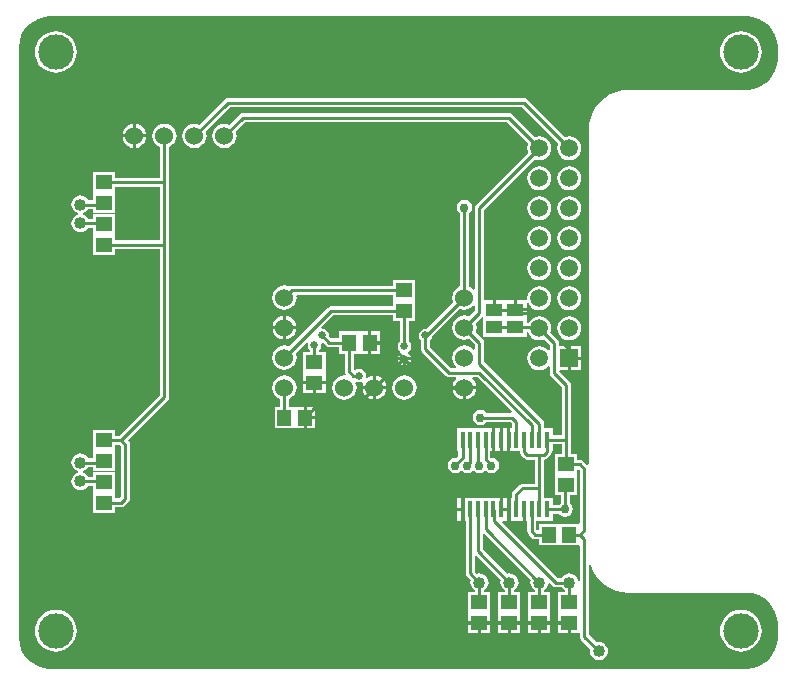
<source format=gbl>
G04 Layer_Physical_Order=2*
G04 Layer_Color=16711680*
%FSLAX25Y25*%
%MOIN*%
G70*
G01*
G75*
%ADD16C,0.01000*%
%ADD17C,0.06000*%
%ADD18C,0.11811*%
%ADD19C,0.05906*%
%ADD20R,0.05906X0.05906*%
%ADD21C,0.03000*%
%ADD22C,0.02500*%
%ADD23C,0.04000*%
%ADD24R,0.05315X0.04528*%
%ADD25R,0.01575X0.05512*%
%ADD26R,0.04528X0.05315*%
%ADD27R,0.05512X0.04331*%
%ADD28R,0.04528X0.05512*%
%ADD29R,0.05512X0.04528*%
G36*
X71244Y8374D02*
Y1882D01*
X85756D01*
Y3518D01*
X86238D01*
X86547Y2770D01*
X87181Y1945D01*
X88007Y1311D01*
X88968Y913D01*
X90000Y777D01*
X91032Y913D01*
X91496Y1105D01*
X93471Y-870D01*
Y-2445D01*
X92971Y-2615D01*
X92819Y-2417D01*
X91993Y-1784D01*
X91032Y-1385D01*
X90000Y-1249D01*
X88968Y-1385D01*
X88007Y-1784D01*
X87181Y-2417D01*
X86547Y-3243D01*
X86149Y-4204D01*
X86013Y-5236D01*
X86149Y-6268D01*
X86547Y-7230D01*
X87181Y-8055D01*
X88007Y-8689D01*
X88968Y-9087D01*
X90000Y-9223D01*
X91032Y-9087D01*
X91993Y-8689D01*
X92819Y-8055D01*
X92971Y-7858D01*
X93471Y-8028D01*
Y-10236D01*
X93587Y-10821D01*
X93919Y-11318D01*
X97471Y-14870D01*
Y-30856D01*
X94362D01*
Y-28630D01*
X91545D01*
Y-27016D01*
X91429Y-26430D01*
X91097Y-25934D01*
X71529Y-6367D01*
Y0D01*
X71413Y585D01*
X71081Y1081D01*
X68695Y3468D01*
X68897Y3956D01*
X69034Y5000D01*
X68897Y6044D01*
X68695Y6532D01*
X70744Y8581D01*
X71244Y8374D01*
D02*
G37*
G36*
X97471Y-37291D02*
X95342D01*
Y-43819D01*
X95342D01*
Y-44181D01*
X95342D01*
Y-50709D01*
X97085D01*
Y-53629D01*
X96812Y-53812D01*
X96629Y-54085D01*
X94362D01*
Y-51858D01*
X91545D01*
Y-48555D01*
Y-39020D01*
X92085Y-38913D01*
X92581Y-38581D01*
X93656Y-37507D01*
X93988Y-37010D01*
X94104Y-36425D01*
Y-36142D01*
X94362D01*
Y-33915D01*
X97471D01*
Y-37291D01*
D02*
G37*
G36*
X103471Y-42660D02*
Y-59951D01*
X103209Y-60343D01*
X96681D01*
Y-60343D01*
X96319D01*
Y-60343D01*
X89791D01*
Y-62471D01*
X89134D01*
X88986Y-62323D01*
Y-59370D01*
X94362D01*
Y-57144D01*
X96629D01*
X96812Y-57417D01*
X97639Y-57969D01*
X98614Y-58163D01*
X99590Y-57969D01*
X100417Y-57417D01*
X100969Y-56590D01*
X101163Y-55614D01*
X100969Y-54639D01*
X100417Y-53812D01*
X100144Y-53629D01*
Y-50709D01*
X102657D01*
Y-44181D01*
X102657D01*
Y-43819D01*
X102657D01*
Y-42527D01*
X103088Y-42349D01*
X103471Y-42660D01*
D02*
G37*
G36*
X161111Y108538D02*
X163046Y107951D01*
X164828Y106998D01*
X166391Y105716D01*
X167673Y104154D01*
X168626Y102371D01*
X169213Y100437D01*
X169399Y98541D01*
X169376Y98425D01*
Y94575D01*
X169396Y94477D01*
X169207Y92563D01*
X168620Y90629D01*
X167667Y88846D01*
X166385Y87284D01*
X164823Y86002D01*
X163040Y85049D01*
X161106Y84462D01*
X159587Y84313D01*
X159095Y84293D01*
X159094Y84293D01*
X158684Y84218D01*
X158239Y84207D01*
X158118D01*
X119724Y84207D01*
Y84218D01*
X117636Y84054D01*
X115598Y83565D01*
X113663Y82763D01*
X111876Y81668D01*
X110283Y80308D01*
X108922Y78714D01*
X107827Y76928D01*
X107026Y74992D01*
X106537Y72955D01*
X106372Y70866D01*
X106384D01*
Y-40514D01*
X105884Y-40721D01*
X104637Y-39474D01*
X104140Y-39142D01*
X103555Y-39026D01*
X102657D01*
Y-37291D01*
X100529D01*
Y-32386D01*
Y-14236D01*
X100413Y-13651D01*
X100081Y-13155D01*
X96616Y-9689D01*
X96738Y-9189D01*
X99500D01*
Y-5236D01*
Y-1283D01*
X96529D01*
Y-236D01*
X96413Y349D01*
X96081Y845D01*
X93659Y3268D01*
X93851Y3732D01*
X93987Y4764D01*
X93851Y5796D01*
X93453Y6757D01*
X92819Y7583D01*
X91993Y8217D01*
X91032Y8615D01*
X90000Y8751D01*
X88968Y8615D01*
X88007Y8217D01*
X87181Y7583D01*
X86547Y6757D01*
X86472Y6577D01*
X85756D01*
Y7787D01*
Y10453D01*
X82000D01*
Y10953D01*
X81500D01*
Y14118D01*
X75500D01*
Y10953D01*
X74500D01*
Y14118D01*
X71529D01*
Y44130D01*
X88504Y61105D01*
X88968Y60913D01*
X90000Y60777D01*
X91032Y60913D01*
X91993Y61311D01*
X92819Y61945D01*
X93453Y62770D01*
X93851Y63732D01*
X93987Y64764D01*
X93851Y65796D01*
X93453Y66757D01*
X92819Y67583D01*
X91993Y68217D01*
X91032Y68615D01*
X90000Y68751D01*
X88968Y68615D01*
X88504Y68423D01*
X80845Y76081D01*
X80349Y76413D01*
X79764Y76529D01*
X-8898D01*
X-9483Y76413D01*
X-9979Y76081D01*
X-13468Y72593D01*
X-13956Y72795D01*
X-15000Y72932D01*
X-16044Y72795D01*
X-17017Y72392D01*
X-17853Y71750D01*
X-18494Y70915D01*
X-18897Y69942D01*
X-19035Y68898D01*
X-18897Y67853D01*
X-18494Y66880D01*
X-17853Y66045D01*
X-17017Y65404D01*
X-16044Y65001D01*
X-15000Y64863D01*
X-13956Y65001D01*
X-12983Y65404D01*
X-12147Y66045D01*
X-11506Y66880D01*
X-11103Y67853D01*
X-10966Y68898D01*
X-11103Y69942D01*
X-11305Y70430D01*
X-8264Y73471D01*
X79130D01*
X86341Y66260D01*
X86149Y65796D01*
X86013Y64764D01*
X86149Y63732D01*
X86341Y63268D01*
X68919Y45845D01*
X68587Y45349D01*
X68471Y44764D01*
Y17826D01*
X67997Y17665D01*
X67853Y17853D01*
X67017Y18494D01*
X66529Y18696D01*
Y43015D01*
X66802Y43198D01*
X67355Y44025D01*
X67549Y45000D01*
X67355Y45976D01*
X66802Y46802D01*
X65975Y47355D01*
X65000Y47549D01*
X64025Y47355D01*
X63198Y46802D01*
X62645Y45976D01*
X62451Y45000D01*
X62645Y44025D01*
X63198Y43198D01*
X63471Y43015D01*
Y18696D01*
X62983Y18494D01*
X62147Y17853D01*
X61506Y17017D01*
X61103Y16044D01*
X60966Y15000D01*
X61103Y13956D01*
X61305Y13468D01*
X52412Y4574D01*
X52000Y4656D01*
X51122Y4482D01*
X50378Y3984D01*
X49880Y3240D01*
X49706Y2362D01*
X49880Y1484D01*
X50378Y740D01*
X50471Y678D01*
Y-2000D01*
X50587Y-2585D01*
X50919Y-3081D01*
X58919Y-11081D01*
X59415Y-11413D01*
X60000Y-11529D01*
X62174D01*
X62335Y-12003D01*
X62147Y-12147D01*
X61506Y-12983D01*
X61103Y-13956D01*
X61031Y-14500D01*
X65000D01*
X68969D01*
X68897Y-13956D01*
X68494Y-12983D01*
X67853Y-12147D01*
X67665Y-12003D01*
X67826Y-11529D01*
X69367D01*
X80808Y-22971D01*
X80601Y-23471D01*
X72323D01*
X72141Y-23198D01*
X71314Y-22645D01*
X70339Y-22451D01*
X69363Y-22645D01*
X68536Y-23198D01*
X67984Y-24024D01*
X67790Y-25000D01*
X67984Y-25975D01*
X68536Y-26802D01*
X69363Y-27355D01*
X70339Y-27549D01*
X71314Y-27355D01*
X72141Y-26802D01*
X72323Y-26529D01*
X80366D01*
X80809Y-26972D01*
Y-28630D01*
X80279D01*
Y-32386D01*
Y-36142D01*
X83368D01*
Y-36398D01*
X83485Y-36983D01*
X83816Y-37479D01*
X84919Y-38581D01*
X85415Y-38913D01*
X86000Y-39029D01*
X88486D01*
Y-47026D01*
X84445D01*
X83860Y-47142D01*
X83363Y-47474D01*
X81257Y-49580D01*
X80926Y-50076D01*
X80809Y-50661D01*
Y-51858D01*
X80279D01*
Y-55614D01*
Y-59370D01*
X84398D01*
Y-55614D01*
X85398D01*
Y-59370D01*
X85927D01*
Y-62957D01*
X86044Y-63542D01*
X86375Y-64038D01*
X87419Y-65081D01*
X87915Y-65413D01*
X88500Y-65529D01*
X89791D01*
Y-67658D01*
X96319D01*
Y-67658D01*
X96681D01*
Y-67658D01*
X103209D01*
X103471Y-68049D01*
Y-79547D01*
X102971Y-79580D01*
X102923Y-79217D01*
X102620Y-78487D01*
X102140Y-77860D01*
X101513Y-77380D01*
X100783Y-77077D01*
X100000Y-76974D01*
X99217Y-77077D01*
X98487Y-77380D01*
X97860Y-77860D01*
X97392Y-78471D01*
X96134D01*
X77495Y-59832D01*
X77686Y-59370D01*
X79280D01*
Y-55614D01*
Y-51858D01*
X77720D01*
Y-55614D01*
X76720D01*
Y-51858D01*
X64925D01*
Y-55614D01*
Y-59370D01*
X65455D01*
Y-76984D01*
X65571Y-77570D01*
X65903Y-78066D01*
X67075Y-79237D01*
X66974Y-80000D01*
X67077Y-80783D01*
X67379Y-81513D01*
X67860Y-82140D01*
X68471Y-82608D01*
Y-83291D01*
X66343D01*
Y-89681D01*
X66343Y-89819D01*
Y-90181D01*
X66343Y-90319D01*
Y-92945D01*
X73658D01*
Y-90319D01*
X73658Y-90181D01*
Y-89819D01*
X73658Y-89681D01*
Y-83291D01*
X71529D01*
Y-82608D01*
X72140Y-82140D01*
X72620Y-81513D01*
X72923Y-80783D01*
X73026Y-80000D01*
X72923Y-79217D01*
X72620Y-78487D01*
X72140Y-77860D01*
X71513Y-77380D01*
X70783Y-77077D01*
X70000Y-76974D01*
X69237Y-77074D01*
X68514Y-76351D01*
Y-71330D01*
X68976Y-71139D01*
X77074Y-79237D01*
X76974Y-80000D01*
X77077Y-80783D01*
X77380Y-81513D01*
X77860Y-82140D01*
X78471Y-82608D01*
Y-83291D01*
X76342D01*
Y-89681D01*
X76342Y-89819D01*
Y-90181D01*
X76342Y-90319D01*
Y-92945D01*
X83657D01*
Y-90319D01*
X83657Y-90181D01*
Y-89819D01*
X83657Y-89681D01*
Y-83291D01*
X81529D01*
Y-82608D01*
X82140Y-82140D01*
X82621Y-81513D01*
X82923Y-80783D01*
X83026Y-80000D01*
X82923Y-79217D01*
X82621Y-78487D01*
X82140Y-77860D01*
X81513Y-77380D01*
X80783Y-77077D01*
X80000Y-76974D01*
X79237Y-77074D01*
X71073Y-68910D01*
Y-63889D01*
X71535Y-63697D01*
X87075Y-79237D01*
X86974Y-80000D01*
X87077Y-80783D01*
X87379Y-81513D01*
X87860Y-82140D01*
X88471Y-82608D01*
Y-83291D01*
X86343D01*
Y-89681D01*
X86343Y-89819D01*
Y-90181D01*
X86343Y-90319D01*
Y-92945D01*
X93657D01*
Y-90319D01*
X93657Y-90181D01*
Y-89819D01*
X93657Y-89681D01*
Y-83291D01*
X91529D01*
Y-82608D01*
X92140Y-82140D01*
X92620Y-81513D01*
X92923Y-80783D01*
X92980Y-80350D01*
X93508Y-80171D01*
X94419Y-81081D01*
X94915Y-81413D01*
X95500Y-81529D01*
X97392D01*
X97860Y-82140D01*
X98471Y-82608D01*
Y-83291D01*
X96342D01*
Y-89819D01*
X96342D01*
Y-90181D01*
X96342D01*
Y-92945D01*
X100000D01*
Y-93445D01*
X100500D01*
Y-96709D01*
X103471D01*
Y-98000D01*
X103587Y-98585D01*
X103919Y-99081D01*
X106933Y-102096D01*
X106832Y-102858D01*
X106936Y-103641D01*
X107238Y-104371D01*
X107719Y-104998D01*
X108345Y-105479D01*
X109075Y-105781D01*
X109858Y-105884D01*
X110641Y-105781D01*
X111371Y-105479D01*
X111998Y-104998D01*
X112479Y-104371D01*
X112781Y-103641D01*
X112884Y-102858D01*
X112781Y-102075D01*
X112479Y-101345D01*
X111998Y-100719D01*
X111371Y-100238D01*
X110641Y-99936D01*
X109858Y-99832D01*
X109096Y-99933D01*
X106529Y-97366D01*
Y-74279D01*
X107026Y-74205D01*
X107827Y-76140D01*
X108922Y-77927D01*
X110283Y-79520D01*
X111876Y-80881D01*
X113663Y-81976D01*
X115598Y-82777D01*
X117636Y-83267D01*
X119724Y-83431D01*
Y-83419D01*
X158916D01*
X159095Y-83455D01*
Y-83455D01*
X159123Y-83428D01*
X161106Y-83624D01*
X163040Y-84210D01*
X164823Y-85163D01*
X166385Y-86445D01*
X167667Y-88008D01*
X168620Y-89790D01*
X169207Y-91725D01*
X169396Y-93639D01*
X169376Y-93736D01*
Y-98425D01*
X169396Y-98523D01*
X169207Y-100437D01*
X168620Y-102371D01*
X167667Y-104154D01*
X166385Y-105716D01*
X164823Y-106998D01*
X163040Y-107951D01*
X161106Y-108538D01*
X159192Y-108726D01*
X159095Y-108707D01*
X-73189D01*
X-73189Y-108707D01*
Y-108707D01*
X-73681Y-108687D01*
X-75200Y-108538D01*
X-77135Y-107951D01*
X-78917Y-106998D01*
X-80480Y-105716D01*
X-81762Y-104154D01*
X-82715Y-102371D01*
X-83302Y-100437D01*
X-83490Y-98523D01*
X-83471Y-98425D01*
Y-92264D01*
Y92264D01*
Y98425D01*
X-83490Y98523D01*
X-83302Y100437D01*
X-82715Y102371D01*
X-81762Y104154D01*
X-80480Y105716D01*
X-78917Y106998D01*
X-77135Y107951D01*
X-75200Y108538D01*
X-73287Y108726D01*
X-73189Y108707D01*
X159100D01*
X159198Y108726D01*
X161111Y108538D01*
D02*
G37*
G36*
X68471Y12174D02*
Y10633D01*
X66532Y8695D01*
X66044Y8897D01*
X65000Y9035D01*
X63956Y8897D01*
X62983Y8494D01*
X62147Y7853D01*
X61506Y7017D01*
X61103Y6044D01*
X60966Y5000D01*
X61103Y3956D01*
X61506Y2983D01*
X62147Y2147D01*
X62983Y1506D01*
X63956Y1103D01*
X65000Y965D01*
X66044Y1103D01*
X66532Y1305D01*
X68471Y-634D01*
Y-2175D01*
X67997Y-2335D01*
X67853Y-2147D01*
X67017Y-1506D01*
X66044Y-1103D01*
X65000Y-965D01*
X63956Y-1103D01*
X62983Y-1506D01*
X62147Y-2147D01*
X61506Y-2983D01*
X61103Y-3956D01*
X60966Y-5000D01*
X61103Y-6044D01*
X61506Y-7017D01*
X62147Y-7853D01*
X62335Y-7997D01*
X62174Y-8471D01*
X60633D01*
X53529Y-1366D01*
Y678D01*
X53622Y740D01*
X54119Y1484D01*
X54237Y2074D01*
X63468Y11305D01*
X63956Y11103D01*
X65000Y10966D01*
X66044Y11103D01*
X67017Y11506D01*
X67853Y12147D01*
X67997Y12335D01*
X68471Y12174D01*
D02*
G37*
%LPC*%
G36*
X34500Y-15500D02*
X31031D01*
X31103Y-16044D01*
X31506Y-17017D01*
X32147Y-17853D01*
X32983Y-18494D01*
X33956Y-18897D01*
X34500Y-18969D01*
Y-15500D01*
D02*
G37*
G36*
X45000Y-10966D02*
X43956Y-11103D01*
X42983Y-11506D01*
X42147Y-12147D01*
X41506Y-12983D01*
X41103Y-13956D01*
X40966Y-15000D01*
X41103Y-16044D01*
X41506Y-17017D01*
X42147Y-17853D01*
X42983Y-18494D01*
X43956Y-18897D01*
X45000Y-19035D01*
X46044Y-18897D01*
X47017Y-18494D01*
X47853Y-17853D01*
X48494Y-17017D01*
X48897Y-16044D01*
X49035Y-15000D01*
X48897Y-13956D01*
X48494Y-12983D01*
X47853Y-12147D01*
X47017Y-11506D01*
X46044Y-11103D01*
X45000Y-10966D01*
D02*
G37*
G36*
X12390Y-21342D02*
Y-24500D01*
X15154D01*
Y-21342D01*
X12390D01*
D02*
G37*
G36*
X15154Y-25500D02*
X12390D01*
Y-28657D01*
X15154D01*
Y-25500D01*
D02*
G37*
G36*
X64500Y-15500D02*
X61031D01*
X61103Y-16044D01*
X61506Y-17017D01*
X62147Y-17853D01*
X62983Y-18494D01*
X63956Y-18897D01*
X64500Y-18969D01*
Y-15500D01*
D02*
G37*
G36*
X35500Y-11031D02*
Y-14500D01*
X38969D01*
X38897Y-13956D01*
X38494Y-12983D01*
X37853Y-12147D01*
X37017Y-11506D01*
X36044Y-11103D01*
X35500Y-11031D01*
D02*
G37*
G36*
X103953Y-5736D02*
X100500D01*
Y-9189D01*
X103953D01*
Y-5736D01*
D02*
G37*
G36*
X44500Y-5862D02*
X42805D01*
X42880Y-6240D01*
X43378Y-6984D01*
X44122Y-7482D01*
X44500Y-7557D01*
Y-5862D01*
D02*
G37*
G36*
X18756Y-13945D02*
X15500D01*
Y-16709D01*
X18756D01*
Y-13945D01*
D02*
G37*
G36*
X38969Y-15500D02*
X35500D01*
Y-18969D01*
X36044Y-18897D01*
X37017Y-18494D01*
X37853Y-17853D01*
X38494Y-17017D01*
X38897Y-16044D01*
X38969Y-15500D01*
D02*
G37*
G36*
X68969D02*
X65500D01*
Y-18969D01*
X66044Y-18897D01*
X67017Y-18494D01*
X67853Y-17853D01*
X68494Y-17017D01*
X68897Y-16044D01*
X68969Y-15500D01*
D02*
G37*
G36*
X14500Y-13945D02*
X11244D01*
Y-16709D01*
X14500D01*
Y-13945D01*
D02*
G37*
G36*
X5000Y-10966D02*
X3956Y-11103D01*
X2983Y-11506D01*
X2147Y-12147D01*
X1506Y-12983D01*
X1103Y-13956D01*
X965Y-15000D01*
X1103Y-16044D01*
X1506Y-17017D01*
X2147Y-17853D01*
X2983Y-18494D01*
X3471Y-18696D01*
Y-21342D01*
X1736D01*
Y-28657D01*
X8126D01*
X8264Y-28657D01*
X8626D01*
X8764Y-28657D01*
X11390D01*
Y-25000D01*
Y-21342D01*
X8764D01*
X8626Y-21342D01*
X8264D01*
X8126Y-21342D01*
X6529D01*
Y-18696D01*
X7017Y-18494D01*
X7853Y-17853D01*
X8494Y-17017D01*
X8897Y-16044D01*
X9035Y-15000D01*
X8897Y-13956D01*
X8494Y-12983D01*
X7853Y-12147D01*
X7017Y-11506D01*
X6044Y-11103D01*
X5000Y-10966D01*
D02*
G37*
G36*
X79500Y-93945D02*
X76342D01*
Y-96709D01*
X79500D01*
Y-93945D01*
D02*
G37*
G36*
X83657D02*
X80500D01*
Y-96709D01*
X83657D01*
Y-93945D01*
D02*
G37*
G36*
X89500D02*
X86343D01*
Y-96709D01*
X89500D01*
Y-93945D01*
D02*
G37*
G36*
X73658D02*
X70500D01*
Y-96709D01*
X73658D01*
Y-93945D01*
D02*
G37*
G36*
X-71220Y-89124D02*
X-72574Y-89257D01*
X-73876Y-89652D01*
X-75076Y-90294D01*
X-76127Y-91156D01*
X-76990Y-92208D01*
X-77631Y-93408D01*
X-78026Y-94709D01*
X-78159Y-96063D01*
X-78026Y-97417D01*
X-77631Y-98718D01*
X-76990Y-99918D01*
X-76127Y-100970D01*
X-75076Y-101832D01*
X-73876Y-102474D01*
X-72574Y-102869D01*
X-71220Y-103002D01*
X-69867Y-102869D01*
X-68565Y-102474D01*
X-67365Y-101832D01*
X-66314Y-100970D01*
X-65451Y-99918D01*
X-64810Y-98718D01*
X-64415Y-97417D01*
X-64282Y-96063D01*
X-64415Y-94709D01*
X-64810Y-93408D01*
X-65451Y-92208D01*
X-66314Y-91156D01*
X-67365Y-90294D01*
X-68565Y-89652D01*
X-69867Y-89257D01*
X-71220Y-89124D01*
D02*
G37*
G36*
X157126D02*
X155772Y-89257D01*
X154471Y-89652D01*
X153271Y-90294D01*
X152219Y-91156D01*
X151356Y-92208D01*
X150715Y-93408D01*
X150320Y-94709D01*
X150187Y-96063D01*
X150320Y-97417D01*
X150715Y-98718D01*
X151356Y-99918D01*
X152219Y-100970D01*
X153271Y-101832D01*
X154471Y-102474D01*
X155772Y-102869D01*
X157126Y-103002D01*
X158480Y-102869D01*
X159781Y-102474D01*
X160981Y-101832D01*
X162032Y-100970D01*
X162896Y-99918D01*
X163537Y-98718D01*
X163932Y-97417D01*
X164065Y-96063D01*
X163932Y-94709D01*
X163537Y-93408D01*
X162896Y-92208D01*
X162032Y-91156D01*
X160981Y-90294D01*
X159781Y-89652D01*
X158480Y-89257D01*
X157126Y-89124D01*
D02*
G37*
G36*
X69500Y-93945D02*
X66343D01*
Y-96709D01*
X69500D01*
Y-93945D01*
D02*
G37*
G36*
X74161Y-28630D02*
X62638D01*
Y-36142D01*
X62896D01*
Y-37699D01*
X62120Y-38475D01*
X62000Y-38451D01*
X61024Y-38645D01*
X60198Y-39198D01*
X59645Y-40025D01*
X59451Y-41000D01*
X59645Y-41976D01*
X60198Y-42802D01*
X61024Y-43355D01*
X62000Y-43549D01*
X62976Y-43355D01*
X63802Y-42802D01*
X64198D01*
X65025Y-43355D01*
X66000Y-43549D01*
X66975Y-43355D01*
X67802Y-42802D01*
X68198D01*
X69024Y-43355D01*
X70000Y-43549D01*
X70976Y-43355D01*
X71802Y-42802D01*
X72198D01*
X73024Y-43355D01*
X74000Y-43549D01*
X74976Y-43355D01*
X75802Y-42802D01*
X76355Y-41976D01*
X76549Y-41000D01*
X76355Y-40025D01*
X75802Y-39198D01*
X74976Y-38645D01*
X74000Y-38451D01*
X73632Y-38085D01*
Y-36142D01*
X74161D01*
Y-32386D01*
Y-28630D01*
D02*
G37*
G36*
X76720D02*
X75161D01*
Y-32386D01*
Y-36142D01*
X76720D01*
Y-32386D01*
Y-28630D01*
D02*
G37*
G36*
X79280D02*
X77720D01*
Y-32386D01*
Y-36142D01*
X79280D01*
Y-32386D01*
Y-28630D01*
D02*
G37*
G36*
X63925Y-51858D02*
X62638D01*
Y-55114D01*
X63925D01*
Y-51858D01*
D02*
G37*
G36*
X93657Y-93945D02*
X90500D01*
Y-96709D01*
X93657D01*
Y-93945D01*
D02*
G37*
G36*
X99500D02*
X96342D01*
Y-96709D01*
X99500D01*
Y-93945D01*
D02*
G37*
G36*
X63925Y-56114D02*
X62638D01*
Y-59370D01*
X63925D01*
Y-56114D01*
D02*
G37*
G36*
X90000Y58751D02*
X88968Y58615D01*
X88007Y58217D01*
X87181Y57583D01*
X86547Y56757D01*
X86149Y55796D01*
X86013Y54764D01*
X86149Y53732D01*
X86547Y52770D01*
X87181Y51945D01*
X88007Y51311D01*
X88968Y50913D01*
X90000Y50777D01*
X91032Y50913D01*
X91993Y51311D01*
X92819Y51945D01*
X93453Y52770D01*
X93851Y53732D01*
X93987Y54764D01*
X93851Y55796D01*
X93453Y56757D01*
X92819Y57583D01*
X91993Y58217D01*
X91032Y58615D01*
X90000Y58751D01*
D02*
G37*
G36*
X100000D02*
X98968Y58615D01*
X98007Y58217D01*
X97181Y57583D01*
X96547Y56757D01*
X96149Y55796D01*
X96013Y54764D01*
X96149Y53732D01*
X96547Y52770D01*
X97181Y51945D01*
X98007Y51311D01*
X98968Y50913D01*
X100000Y50777D01*
X101032Y50913D01*
X101993Y51311D01*
X102819Y51945D01*
X103453Y52770D01*
X103851Y53732D01*
X103987Y54764D01*
X103851Y55796D01*
X103453Y56757D01*
X102819Y57583D01*
X101993Y58217D01*
X101032Y58615D01*
X100000Y58751D01*
D02*
G37*
G36*
X-35000Y72932D02*
X-36044Y72795D01*
X-37017Y72392D01*
X-37853Y71750D01*
X-38494Y70915D01*
X-38897Y69942D01*
X-39035Y68898D01*
X-38897Y67853D01*
X-38494Y66880D01*
X-37853Y66045D01*
X-37017Y65404D01*
X-36529Y65202D01*
Y54974D01*
X-51342D01*
Y56709D01*
X-58657D01*
Y50319D01*
X-58657Y50181D01*
Y49819D01*
X-58657Y49681D01*
Y47529D01*
X-60392D01*
X-60860Y48140D01*
X-61487Y48621D01*
X-62217Y48923D01*
X-63000Y49026D01*
X-63783Y48923D01*
X-64513Y48621D01*
X-65140Y48140D01*
X-65620Y47513D01*
X-65923Y46783D01*
X-66026Y46000D01*
X-65923Y45217D01*
X-65620Y44487D01*
X-65140Y43860D01*
X-64513Y43380D01*
X-63955Y43148D01*
Y42615D01*
X-64513Y42384D01*
X-65140Y41903D01*
X-65620Y41277D01*
X-65923Y40547D01*
X-66026Y39764D01*
X-65923Y38981D01*
X-65620Y38251D01*
X-65140Y37624D01*
X-64513Y37143D01*
X-63783Y36841D01*
X-63000Y36738D01*
X-62217Y36841D01*
X-61487Y37143D01*
X-60860Y37624D01*
X-60392Y38234D01*
X-58657D01*
Y36319D01*
X-58657Y36181D01*
Y35819D01*
X-58657Y35681D01*
Y29291D01*
X-51342D01*
Y31026D01*
X-36529D01*
Y-17477D01*
X-50078Y-31026D01*
X-51342D01*
Y-29291D01*
X-58657D01*
Y-35681D01*
X-58657Y-35819D01*
Y-36181D01*
X-58657Y-36319D01*
Y-38471D01*
X-60392D01*
X-60860Y-37860D01*
X-61487Y-37380D01*
X-62217Y-37077D01*
X-63000Y-36974D01*
X-63783Y-37077D01*
X-64513Y-37380D01*
X-65140Y-37860D01*
X-65620Y-38487D01*
X-65923Y-39217D01*
X-66026Y-40000D01*
X-65923Y-40783D01*
X-65620Y-41513D01*
X-65140Y-42140D01*
X-64513Y-42621D01*
X-63887Y-42880D01*
X-63860Y-43003D01*
Y-43273D01*
X-63887Y-43396D01*
X-64513Y-43655D01*
X-65140Y-44136D01*
X-65620Y-44763D01*
X-65923Y-45492D01*
X-66026Y-46276D01*
X-65923Y-47059D01*
X-65620Y-47789D01*
X-65140Y-48415D01*
X-64513Y-48896D01*
X-63783Y-49198D01*
X-63000Y-49301D01*
X-62217Y-49198D01*
X-61487Y-48896D01*
X-60860Y-48415D01*
X-60392Y-47805D01*
X-58657D01*
Y-49681D01*
X-58657Y-49819D01*
Y-50181D01*
X-58657Y-50319D01*
Y-56709D01*
X-51342D01*
Y-54974D01*
X-49445D01*
X-48860Y-54858D01*
X-48363Y-54526D01*
X-46919Y-53081D01*
X-46587Y-52585D01*
X-46471Y-52000D01*
Y-34000D01*
X-46587Y-33415D01*
X-46919Y-32919D01*
X-47282Y-32555D01*
X-33918Y-19192D01*
X-33587Y-18696D01*
X-33471Y-18110D01*
Y32555D01*
Y53445D01*
Y65202D01*
X-32983Y65404D01*
X-32147Y66045D01*
X-31506Y66880D01*
X-31103Y67853D01*
X-30966Y68898D01*
X-31103Y69942D01*
X-31506Y70915D01*
X-32147Y71750D01*
X-32983Y72392D01*
X-33956Y72795D01*
X-35000Y72932D01*
D02*
G37*
G36*
X100000Y48751D02*
X98968Y48615D01*
X98007Y48217D01*
X97181Y47583D01*
X96547Y46757D01*
X96149Y45796D01*
X96013Y44764D01*
X96149Y43732D01*
X96547Y42770D01*
X97181Y41945D01*
X98007Y41311D01*
X98968Y40913D01*
X100000Y40777D01*
X101032Y40913D01*
X101993Y41311D01*
X102819Y41945D01*
X103453Y42770D01*
X103851Y43732D01*
X103987Y44764D01*
X103851Y45796D01*
X103453Y46757D01*
X102819Y47583D01*
X101993Y48217D01*
X101032Y48615D01*
X100000Y48751D01*
D02*
G37*
G36*
X90000Y38751D02*
X88968Y38615D01*
X88007Y38217D01*
X87181Y37583D01*
X86547Y36757D01*
X86149Y35796D01*
X86013Y34764D01*
X86149Y33732D01*
X86547Y32770D01*
X87181Y31945D01*
X88007Y31311D01*
X88968Y30913D01*
X90000Y30777D01*
X91032Y30913D01*
X91993Y31311D01*
X92819Y31945D01*
X93453Y32770D01*
X93851Y33732D01*
X93987Y34764D01*
X93851Y35796D01*
X93453Y36757D01*
X92819Y37583D01*
X91993Y38217D01*
X91032Y38615D01*
X90000Y38751D01*
D02*
G37*
G36*
X100000D02*
X98968Y38615D01*
X98007Y38217D01*
X97181Y37583D01*
X96547Y36757D01*
X96149Y35796D01*
X96013Y34764D01*
X96149Y33732D01*
X96547Y32770D01*
X97181Y31945D01*
X98007Y31311D01*
X98968Y30913D01*
X100000Y30777D01*
X101032Y30913D01*
X101993Y31311D01*
X102819Y31945D01*
X103453Y32770D01*
X103851Y33732D01*
X103987Y34764D01*
X103851Y35796D01*
X103453Y36757D01*
X102819Y37583D01*
X101993Y38217D01*
X101032Y38615D01*
X100000Y38751D01*
D02*
G37*
G36*
X90000Y48751D02*
X88968Y48615D01*
X88007Y48217D01*
X87181Y47583D01*
X86547Y46757D01*
X86149Y45796D01*
X86013Y44764D01*
X86149Y43732D01*
X86547Y42770D01*
X87181Y41945D01*
X88007Y41311D01*
X88968Y40913D01*
X90000Y40777D01*
X91032Y40913D01*
X91993Y41311D01*
X92819Y41945D01*
X93453Y42770D01*
X93851Y43732D01*
X93987Y44764D01*
X93851Y45796D01*
X93453Y46757D01*
X92819Y47583D01*
X91993Y48217D01*
X91032Y48615D01*
X90000Y48751D01*
D02*
G37*
G36*
X-44500Y72866D02*
Y69398D01*
X-41031D01*
X-41103Y69942D01*
X-41506Y70915D01*
X-42147Y71750D01*
X-42983Y72392D01*
X-43956Y72795D01*
X-44500Y72866D01*
D02*
G37*
G36*
X-71220Y103789D02*
X-72574Y103656D01*
X-73876Y103261D01*
X-75076Y102620D01*
X-76127Y101757D01*
X-76990Y100705D01*
X-77631Y99506D01*
X-78026Y98204D01*
X-78159Y96850D01*
X-78026Y95497D01*
X-77631Y94195D01*
X-76990Y92995D01*
X-76127Y91944D01*
X-75076Y91081D01*
X-73876Y90440D01*
X-72574Y90045D01*
X-71220Y89912D01*
X-69867Y90045D01*
X-68565Y90440D01*
X-67365Y91081D01*
X-66314Y91944D01*
X-65451Y92995D01*
X-64810Y94195D01*
X-64415Y95497D01*
X-64282Y96850D01*
X-64415Y98204D01*
X-64810Y99506D01*
X-65451Y100705D01*
X-66314Y101757D01*
X-67365Y102620D01*
X-68565Y103261D01*
X-69867Y103656D01*
X-71220Y103789D01*
D02*
G37*
G36*
X157126D02*
X155772Y103656D01*
X154471Y103261D01*
X153271Y102620D01*
X152219Y101757D01*
X151356Y100705D01*
X150715Y99506D01*
X150320Y98204D01*
X150187Y96850D01*
X150320Y95497D01*
X150715Y94195D01*
X151356Y92995D01*
X152219Y91944D01*
X153271Y91081D01*
X154471Y90440D01*
X155772Y90045D01*
X157126Y89912D01*
X158480Y90045D01*
X159781Y90440D01*
X160981Y91081D01*
X162032Y91944D01*
X162896Y92995D01*
X163537Y94195D01*
X163932Y95497D01*
X164065Y96850D01*
X163932Y98204D01*
X163537Y99506D01*
X162896Y100705D01*
X162032Y101757D01*
X160981Y102620D01*
X159781Y103261D01*
X158480Y103656D01*
X157126Y103789D01*
D02*
G37*
G36*
X-45500Y72866D02*
X-46044Y72795D01*
X-47017Y72392D01*
X-47853Y71750D01*
X-48494Y70915D01*
X-48897Y69942D01*
X-48969Y69398D01*
X-45500D01*
Y72866D01*
D02*
G37*
G36*
X84764Y81529D02*
X-13898D01*
X-14483Y81413D01*
X-14979Y81081D01*
X-23468Y72593D01*
X-23956Y72795D01*
X-25000Y72932D01*
X-26044Y72795D01*
X-27017Y72392D01*
X-27853Y71750D01*
X-28494Y70915D01*
X-28897Y69942D01*
X-29035Y68898D01*
X-28897Y67853D01*
X-28494Y66880D01*
X-27853Y66045D01*
X-27017Y65404D01*
X-26044Y65001D01*
X-25000Y64863D01*
X-23956Y65001D01*
X-22983Y65404D01*
X-22147Y66045D01*
X-21506Y66880D01*
X-21103Y67853D01*
X-20966Y68898D01*
X-21103Y69942D01*
X-21305Y70430D01*
X-13264Y78471D01*
X84130D01*
X96341Y66260D01*
X96149Y65796D01*
X96013Y64764D01*
X96149Y63732D01*
X96547Y62770D01*
X97181Y61945D01*
X98007Y61311D01*
X98968Y60913D01*
X100000Y60777D01*
X101032Y60913D01*
X101993Y61311D01*
X102819Y61945D01*
X103453Y62770D01*
X103851Y63732D01*
X103987Y64764D01*
X103851Y65796D01*
X103453Y66757D01*
X102819Y67583D01*
X101993Y68217D01*
X101032Y68615D01*
X100000Y68751D01*
X98968Y68615D01*
X98504Y68423D01*
X85845Y81081D01*
X85349Y81413D01*
X84764Y81529D01*
D02*
G37*
G36*
X-45500Y68398D02*
X-48969D01*
X-48897Y67853D01*
X-48494Y66880D01*
X-47853Y66045D01*
X-47017Y65404D01*
X-46044Y65001D01*
X-45500Y64929D01*
Y68398D01*
D02*
G37*
G36*
X-41031D02*
X-44500D01*
Y64929D01*
X-43956Y65001D01*
X-42983Y65404D01*
X-42147Y66045D01*
X-41506Y66880D01*
X-41103Y67853D01*
X-41031Y68398D01*
D02*
G37*
G36*
X4500Y4500D02*
X1031D01*
X1103Y3956D01*
X1506Y2983D01*
X2147Y2147D01*
X2983Y1506D01*
X3956Y1103D01*
X4500Y1031D01*
Y4500D01*
D02*
G37*
G36*
X100000Y8751D02*
X98968Y8615D01*
X98007Y8217D01*
X97181Y7583D01*
X96547Y6757D01*
X96149Y5796D01*
X96013Y4764D01*
X96149Y3732D01*
X96547Y2770D01*
X97181Y1945D01*
X98007Y1311D01*
X98968Y913D01*
X100000Y777D01*
X101032Y913D01*
X101993Y1311D01*
X102819Y1945D01*
X103453Y2770D01*
X103851Y3732D01*
X103987Y4764D01*
X103851Y5796D01*
X103453Y6757D01*
X102819Y7583D01*
X101993Y8217D01*
X101032Y8615D01*
X100000Y8751D01*
D02*
G37*
G36*
X4500Y8969D02*
X3956Y8897D01*
X2983Y8494D01*
X2147Y7853D01*
X1506Y7017D01*
X1103Y6044D01*
X1031Y5500D01*
X4500D01*
Y8969D01*
D02*
G37*
G36*
X8969Y4500D02*
X5500D01*
Y1031D01*
X6044Y1103D01*
X7017Y1506D01*
X7853Y2147D01*
X8494Y2983D01*
X8897Y3956D01*
X8969Y4500D01*
D02*
G37*
G36*
X103953Y-1283D02*
X100500D01*
Y-4736D01*
X103953D01*
Y-1283D01*
D02*
G37*
G36*
X47195Y-5862D02*
X45500D01*
Y-7557D01*
X45878Y-7482D01*
X46622Y-6984D01*
X47120Y-6240D01*
X47195Y-5862D01*
D02*
G37*
G36*
X33945Y3756D02*
Y500D01*
X36709D01*
Y3756D01*
X33945D01*
D02*
G37*
G36*
X36709Y-500D02*
X33945D01*
Y-3756D01*
X36709D01*
Y-500D01*
D02*
G37*
G36*
X48658Y20709D02*
X41342D01*
Y18974D01*
X7445D01*
X6860Y18858D01*
X6584Y18674D01*
X6044Y18897D01*
X5000Y19035D01*
X3956Y18897D01*
X2983Y18494D01*
X2147Y17853D01*
X1506Y17017D01*
X1103Y16044D01*
X965Y15000D01*
X1103Y13956D01*
X1506Y12983D01*
X2147Y12147D01*
X2983Y11506D01*
X3956Y11103D01*
X5000Y10966D01*
X6044Y11103D01*
X7017Y11506D01*
X7853Y12147D01*
X8494Y12983D01*
X8897Y13956D01*
X9035Y15000D01*
X8963Y15540D01*
X9293Y15915D01*
X41342D01*
Y14319D01*
X41342Y14181D01*
Y13819D01*
X41342Y13681D01*
Y12084D01*
X20555D01*
X19970Y11968D01*
X19474Y11637D01*
X6532Y-1305D01*
X6044Y-1103D01*
X5000Y-965D01*
X3956Y-1103D01*
X2983Y-1506D01*
X2147Y-2147D01*
X1506Y-2983D01*
X1103Y-3956D01*
X965Y-5000D01*
X1103Y-6044D01*
X1506Y-7017D01*
X2147Y-7853D01*
X2983Y-8494D01*
X3956Y-8897D01*
X5000Y-9035D01*
X6044Y-8897D01*
X7017Y-8494D01*
X7853Y-7853D01*
X8494Y-7017D01*
X8897Y-6044D01*
X9035Y-5000D01*
X8897Y-3956D01*
X8695Y-3468D01*
X12448Y285D01*
X12554Y238D01*
X12861Y-9D01*
X12706Y-787D01*
X12880Y-1665D01*
X13378Y-2410D01*
X13471Y-2472D01*
Y-3291D01*
X11244D01*
Y-9681D01*
X11244Y-9819D01*
Y-10181D01*
X11244Y-10319D01*
Y-12945D01*
X18756D01*
Y-10319D01*
X18756Y-10181D01*
Y-9819D01*
X18756Y-9681D01*
Y-3291D01*
X16529D01*
Y-2472D01*
X16622Y-2410D01*
X17120Y-1665D01*
X17294Y-787D01*
X17268Y-656D01*
X17656Y-194D01*
X18026Y-189D01*
X18919Y-1082D01*
X19415Y-1413D01*
X20000Y-1529D01*
X23291D01*
Y-3756D01*
X25026D01*
Y-9555D01*
X25142Y-10140D01*
X25391Y-10513D01*
X25168Y-10988D01*
X25000Y-10966D01*
X23956Y-11103D01*
X22983Y-11506D01*
X22147Y-12147D01*
X21506Y-12983D01*
X21103Y-13956D01*
X20966Y-15000D01*
X21103Y-16044D01*
X21506Y-17017D01*
X22147Y-17853D01*
X22983Y-18494D01*
X23956Y-18897D01*
X25000Y-19035D01*
X26044Y-18897D01*
X27017Y-18494D01*
X27853Y-17853D01*
X28494Y-17017D01*
X28897Y-16044D01*
X29035Y-15000D01*
X28897Y-13956D01*
X28676Y-13423D01*
X29080Y-13092D01*
X29122Y-13119D01*
X30000Y-13294D01*
X30878Y-13119D01*
X30920Y-13092D01*
X31324Y-13423D01*
X31103Y-13956D01*
X31031Y-14500D01*
X34500D01*
Y-11031D01*
X33956Y-11103D01*
X32983Y-11506D01*
X32653Y-11759D01*
X32199Y-11477D01*
X32294Y-11000D01*
X32120Y-10122D01*
X31622Y-9378D01*
X30878Y-8880D01*
X30000Y-8706D01*
X29122Y-8880D01*
X28475Y-9313D01*
X28084Y-8922D01*
Y-3756D01*
X29681D01*
X29819Y-3756D01*
X30181D01*
X30319Y-3756D01*
X32945D01*
Y0D01*
Y3756D01*
X30319D01*
X30181Y3756D01*
X29819D01*
X29681Y3756D01*
X23291D01*
Y1529D01*
X20633D01*
X19910Y2253D01*
X19932Y2362D01*
X19757Y3240D01*
X19260Y3984D01*
X18516Y4482D01*
X17638Y4656D01*
X17499Y4629D01*
X17252Y5089D01*
X21189Y9026D01*
X41342D01*
Y7291D01*
X43471D01*
Y471D01*
X43378Y410D01*
X42880Y-335D01*
X42706Y-1213D01*
X42880Y-2090D01*
X43378Y-2835D01*
X43681Y-3037D01*
Y-3537D01*
X43378Y-3740D01*
X42880Y-4484D01*
X42805Y-4862D01*
X47195D01*
X47120Y-4484D01*
X46622Y-3740D01*
X46319Y-3537D01*
Y-3037D01*
X46622Y-2835D01*
X47120Y-2090D01*
X47294Y-1213D01*
X47120Y-335D01*
X46622Y410D01*
X46529Y471D01*
Y7291D01*
X48658D01*
Y13681D01*
X48658Y13819D01*
Y14181D01*
X48658Y14319D01*
Y20709D01*
D02*
G37*
G36*
X90000Y28751D02*
X88968Y28615D01*
X88007Y28216D01*
X87181Y27583D01*
X86547Y26757D01*
X86149Y25796D01*
X86013Y24764D01*
X86149Y23732D01*
X86547Y22770D01*
X87181Y21945D01*
X88007Y21311D01*
X88968Y20913D01*
X90000Y20777D01*
X91032Y20913D01*
X91993Y21311D01*
X92819Y21945D01*
X93453Y22770D01*
X93851Y23732D01*
X93987Y24764D01*
X93851Y25796D01*
X93453Y26757D01*
X92819Y27583D01*
X91993Y28216D01*
X91032Y28615D01*
X90000Y28751D01*
D02*
G37*
G36*
X100000D02*
X98968Y28615D01*
X98007Y28216D01*
X97181Y27583D01*
X96547Y26757D01*
X96149Y25796D01*
X96013Y24764D01*
X96149Y23732D01*
X96547Y22770D01*
X97181Y21945D01*
X98007Y21311D01*
X98968Y20913D01*
X100000Y20777D01*
X101032Y20913D01*
X101993Y21311D01*
X102819Y21945D01*
X103453Y22770D01*
X103851Y23732D01*
X103987Y24764D01*
X103851Y25796D01*
X103453Y26757D01*
X102819Y27583D01*
X101993Y28216D01*
X101032Y28615D01*
X100000Y28751D01*
D02*
G37*
G36*
Y18751D02*
X98968Y18615D01*
X98007Y18216D01*
X97181Y17583D01*
X96547Y16757D01*
X96149Y15796D01*
X96013Y14764D01*
X96149Y13732D01*
X96547Y12770D01*
X97181Y11945D01*
X98007Y11311D01*
X98968Y10913D01*
X100000Y10777D01*
X101032Y10913D01*
X101993Y11311D01*
X102819Y11945D01*
X103453Y12770D01*
X103851Y13732D01*
X103987Y14764D01*
X103851Y15796D01*
X103453Y16757D01*
X102819Y17583D01*
X101993Y18216D01*
X101032Y18615D01*
X100000Y18751D01*
D02*
G37*
G36*
X90000D02*
X88968Y18615D01*
X88007Y18216D01*
X87181Y17583D01*
X86547Y16757D01*
X86149Y15796D01*
X86013Y14764D01*
X86048Y14497D01*
X85594Y14118D01*
X82500D01*
Y11453D01*
X85756D01*
Y13374D01*
X86256Y13474D01*
X86547Y12770D01*
X87181Y11945D01*
X88007Y11311D01*
X88968Y10913D01*
X90000Y10777D01*
X91032Y10913D01*
X91993Y11311D01*
X92819Y11945D01*
X93453Y12770D01*
X93851Y13732D01*
X93987Y14764D01*
X93851Y15796D01*
X93453Y16757D01*
X92819Y17583D01*
X91993Y18216D01*
X91032Y18615D01*
X90000Y18751D01*
D02*
G37*
G36*
X5500Y8969D02*
Y5500D01*
X8969D01*
X8897Y6044D01*
X8494Y7017D01*
X7853Y7853D01*
X7017Y8494D01*
X6044Y8897D01*
X5500Y8969D01*
D02*
G37*
%LPD*%
G36*
X-36529Y34084D02*
X-51342D01*
Y35681D01*
X-51342Y35819D01*
Y36181D01*
X-51342Y36319D01*
Y42709D01*
X-58657D01*
Y41293D01*
X-60392D01*
X-60860Y41903D01*
X-61487Y42384D01*
X-62045Y42615D01*
Y43148D01*
X-61487Y43380D01*
X-60860Y43860D01*
X-60392Y44471D01*
X-58657D01*
Y43291D01*
X-51342D01*
Y49681D01*
X-51342Y49819D01*
Y50181D01*
X-51342Y50319D01*
Y51916D01*
X-36529D01*
Y34084D01*
D02*
G37*
G36*
X-49529Y-34633D02*
Y-51367D01*
X-50078Y-51916D01*
X-51342D01*
Y-50319D01*
X-51342Y-50181D01*
Y-49819D01*
X-51342Y-49681D01*
Y-43291D01*
X-58657D01*
Y-44746D01*
X-60392D01*
X-60860Y-44136D01*
X-61487Y-43655D01*
X-62113Y-43396D01*
X-62140Y-43273D01*
Y-43003D01*
X-62113Y-42880D01*
X-61487Y-42621D01*
X-60860Y-42140D01*
X-60392Y-41529D01*
X-58657D01*
Y-42709D01*
X-51342D01*
Y-36319D01*
X-51342Y-36181D01*
Y-35819D01*
X-51342Y-35681D01*
Y-34084D01*
X-50078D01*
X-49529Y-34633D01*
D02*
G37*
D16*
X44819Y-5181D02*
X45000Y-5000D01*
X35000Y-15000D02*
X44819Y-5181D01*
X82000Y10953D02*
X82953Y10000D01*
X93000D01*
X95000Y8000D01*
Y3000D02*
Y8000D01*
Y3000D02*
X100000Y-2000D01*
Y-5236D02*
Y-2000D01*
X-63000Y-46276D02*
X-55000D01*
X-63000Y46000D02*
X-55000D01*
X-62000Y-40000D02*
X-54000D01*
X75000Y10953D02*
X82000D01*
Y5047D02*
X89717D01*
X75000D02*
X82000D01*
X89717D02*
X90000Y4764D01*
X90016Y-32386D02*
Y-27016D01*
X70000Y-7000D02*
X90016Y-27016D01*
X70000Y-7000D02*
Y0D01*
X65000Y5000D02*
X70000Y0D01*
Y10000D02*
Y44764D01*
X65000Y5000D02*
X70000Y10000D01*
X87457Y-32386D02*
Y-27457D01*
X70000Y-10000D02*
X87457Y-27457D01*
X92575Y-36425D02*
Y-32386D01*
X91500Y-37500D02*
X92575Y-36425D01*
X90000Y-37500D02*
X91500D01*
X60000Y-10000D02*
X70000D01*
X52000Y-2000D02*
X60000Y-10000D01*
X52000Y-2000D02*
Y2362D01*
X52362D01*
X65000Y15000D01*
X54638Y-15000D02*
X65000D01*
X45000Y-5362D02*
X54638Y-15000D01*
X70339Y-25000D02*
X81000D01*
X82339Y-26339D01*
Y-32386D02*
Y-26339D01*
X70000Y44764D02*
X90000Y64764D01*
X65000Y15000D02*
Y45000D01*
X44819Y-5181D02*
X45000Y-5362D01*
X39638Y0D02*
X44819Y-5181D01*
X33445Y0D02*
X39638D01*
X17638Y2362D02*
X20000Y0D01*
X26555D01*
Y-9555D02*
X28000Y-11000D01*
X26555Y-9555D02*
Y0D01*
X28000Y-11000D02*
X30000D01*
X15000Y-21890D02*
X28110D01*
X35000Y-15000D01*
X15000Y-21890D02*
Y-13445D01*
X11890Y-25000D02*
X15000Y-21890D01*
X7445Y17445D02*
X45000D01*
X5000Y15000D02*
X7445Y17445D01*
X45000Y-1213D02*
Y10555D01*
X5000Y-5000D02*
X20555Y10555D01*
X45000D01*
X5000Y-25000D02*
Y-15000D01*
X15000Y-6555D02*
Y-787D01*
X81000Y-61000D02*
X84000D01*
X84898Y-60102D01*
Y-55614D01*
X79779Y-59780D02*
X81000Y-61000D01*
X79779Y-59780D02*
Y-55614D01*
X84445Y-48555D02*
X90016D01*
X82339Y-50661D02*
X84445Y-48555D01*
X82339Y-55614D02*
Y-50661D01*
X-55319Y39764D02*
X-55000Y39445D01*
X-63000Y39764D02*
X-55319D01*
X-35000Y32555D02*
Y53445D01*
Y-18110D02*
Y32555D01*
Y53445D02*
Y68898D01*
X-55000Y32555D02*
X-35000D01*
X-49445Y-32555D02*
X-35000Y-18110D01*
X90000Y4764D02*
X95000Y-236D01*
X-49445Y-53445D02*
X-48000Y-52000D01*
Y-34000D01*
X-49445Y-32555D02*
X-48000Y-34000D01*
X-55000Y-32555D02*
X-49445D01*
X70000Y-86555D02*
Y-80000D01*
X80000Y-86555D02*
Y-80000D01*
X90000Y-86555D02*
Y-80000D01*
X100000Y-86555D02*
Y-80000D01*
X70000Y-93445D02*
X80000D01*
X90000D01*
X100000D01*
X77220Y-55614D02*
X79779D01*
X64425D02*
Y-50575D01*
X65500Y-49500D01*
X79779Y-55614D02*
Y-50779D01*
X78500Y-49500D02*
X79779Y-50779D01*
X65500Y-49500D02*
X78500D01*
X84898Y-36398D02*
Y-32386D01*
Y-36398D02*
X86000Y-37500D01*
X66984Y-76984D02*
Y-55614D01*
Y-76984D02*
X70000Y-80000D01*
X69543Y-69543D02*
Y-55614D01*
Y-69543D02*
X80000Y-80000D01*
X72102Y-62102D02*
Y-55614D01*
Y-62102D02*
X90000Y-80000D01*
X74661Y-55614D02*
X74933Y-55886D01*
Y-59433D02*
Y-55886D01*
Y-59433D02*
X95500Y-80000D01*
X100000D01*
X64425Y-91870D02*
Y-55614D01*
Y-91870D02*
X66000Y-93445D01*
X70000D01*
X87457Y-62957D02*
Y-55614D01*
Y-62957D02*
X88500Y-64000D01*
X93055D01*
X99945D02*
X103500D01*
X105000Y-62500D01*
X90016Y-55614D02*
Y-48555D01*
X90000Y-37500D02*
X90016Y-37516D01*
Y-48555D02*
Y-37516D01*
X86000Y-37500D02*
X90000D01*
X79764Y75000D02*
X90000Y64764D01*
X-8898Y75000D02*
X79764D01*
X-15000Y68898D02*
X-8898Y75000D01*
X-25000Y68898D02*
X-13898Y80000D01*
X84764D01*
X100000Y64764D01*
X74000Y-41000D02*
Y-40757D01*
X72102Y-38860D02*
X74000Y-40757D01*
X72102Y-38860D02*
Y-32386D01*
X69543Y-40543D02*
Y-32386D01*
Y-40543D02*
X70000Y-41000D01*
X66984Y-40016D02*
Y-32386D01*
X66000Y-41000D02*
X66984Y-40016D01*
X64425Y-38332D02*
Y-32386D01*
X62000Y-41000D02*
Y-40757D01*
X64425Y-38332D01*
X-55000Y-53445D02*
X-49445D01*
X-55000Y53445D02*
X-35000D01*
X103500Y-64000D02*
X105000Y-65500D01*
Y-98000D02*
Y-65500D01*
Y-98000D02*
X109858Y-102858D01*
X95000Y-10236D02*
Y-236D01*
X92575Y-55614D02*
X98614D01*
Y-47831D01*
X99000Y-47445D01*
Y-40555D02*
X103555D01*
X105000Y-42000D01*
Y-62500D02*
Y-42000D01*
X95000Y-10236D02*
X99000Y-14236D01*
X92575Y-32386D02*
X99000D01*
Y-40555D02*
Y-32386D01*
Y-14236D01*
D17*
X35000Y-15000D02*
D03*
X45000D02*
D03*
X25000D02*
D03*
X65000D02*
D03*
Y-5000D02*
D03*
Y5000D02*
D03*
Y15000D02*
D03*
X5000Y-15000D02*
D03*
Y-5000D02*
D03*
Y5000D02*
D03*
Y15000D02*
D03*
X-15000Y68898D02*
D03*
X-25000D02*
D03*
X-35000D02*
D03*
X-45000D02*
D03*
D18*
X-71220Y96850D02*
D03*
X157126D02*
D03*
Y-96063D02*
D03*
X-71220D02*
D03*
D19*
X90000Y64764D02*
D03*
X100000D02*
D03*
X90000Y54764D02*
D03*
X100000D02*
D03*
X90000Y44764D02*
D03*
X100000D02*
D03*
X90000Y34764D02*
D03*
X100000D02*
D03*
X90000Y24764D02*
D03*
X100000D02*
D03*
X90000Y14764D02*
D03*
X100000D02*
D03*
X90000Y4764D02*
D03*
X100000D02*
D03*
X90000Y-5236D02*
D03*
D20*
X100000D02*
D03*
D21*
X65000Y45000D02*
D03*
X70339Y-25000D02*
D03*
X62000Y-41000D02*
D03*
X70000D02*
D03*
X74000D02*
D03*
X66000D02*
D03*
X98614Y-55614D02*
D03*
D22*
X30000Y-11000D02*
D03*
X17638Y2362D02*
D03*
X45000Y-1213D02*
D03*
X52000Y2362D02*
D03*
X45000Y-5362D02*
D03*
X15000Y-787D02*
D03*
D23*
X70000Y-80000D02*
D03*
X80000D02*
D03*
X90000D02*
D03*
X100000D02*
D03*
X-63000Y46000D02*
D03*
Y-40000D02*
D03*
Y-46276D02*
D03*
Y39764D02*
D03*
X109858Y-102858D02*
D03*
D24*
X70000Y-93445D02*
D03*
Y-86555D02*
D03*
X80000Y-93445D02*
D03*
Y-86555D02*
D03*
X90000Y-93445D02*
D03*
Y-86555D02*
D03*
X100000Y-93445D02*
D03*
Y-86555D02*
D03*
X-55000Y-53445D02*
D03*
Y-46555D02*
D03*
Y53445D02*
D03*
Y46555D02*
D03*
Y-32555D02*
D03*
Y-39445D02*
D03*
Y32555D02*
D03*
Y39445D02*
D03*
X99000Y-47445D02*
D03*
Y-40555D02*
D03*
X45000Y17445D02*
D03*
Y10555D02*
D03*
D25*
X92575Y-55614D02*
D03*
X90016D02*
D03*
X87457D02*
D03*
X84898D02*
D03*
X82339D02*
D03*
X79779D02*
D03*
X77220D02*
D03*
X74661D02*
D03*
X72102D02*
D03*
X69543D02*
D03*
X66984D02*
D03*
X64425D02*
D03*
X92575Y-32386D02*
D03*
X90016D02*
D03*
X87457D02*
D03*
X84898D02*
D03*
X82339D02*
D03*
X79779D02*
D03*
X77220D02*
D03*
X74661D02*
D03*
X72102D02*
D03*
X69543D02*
D03*
X66984D02*
D03*
X64425D02*
D03*
D26*
X93055Y-64000D02*
D03*
X99945D02*
D03*
X11890Y-25000D02*
D03*
X5000D02*
D03*
D27*
X75000Y5047D02*
D03*
Y10953D02*
D03*
X82000Y5047D02*
D03*
Y10953D02*
D03*
D28*
X33445Y0D02*
D03*
X26555D02*
D03*
D29*
X15000Y-13445D02*
D03*
Y-6555D02*
D03*
M02*

</source>
